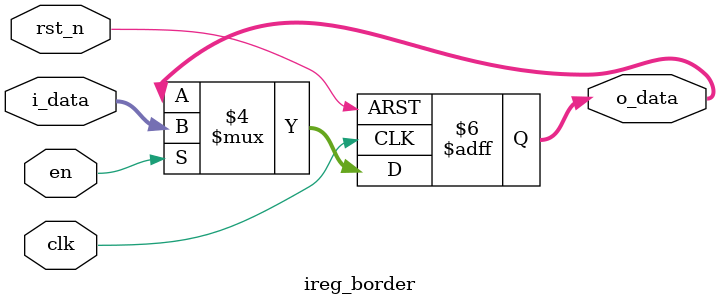
<source format=sv>
module ireg_border #(
    parameter WIDTH=16
) (
    input logic clk,
    input logic rst_n,
    input logic en,
    input logic signed [WIDTH-1 : 0] i_data,
    output logic signed [WIDTH-1 : 0] o_data
);

    // this module is the horizontal buffer for control and data signals
    always_ff @(posedge clk or negedge rst_n) begin : ireg_border
        if (~rst_n) begin
            o_data <= 0;
        end else begin
            if (en) begin
                o_data <= i_data;
            end else begin
                o_data <= o_data;
            end
        end
    end

endmodule
</source>
